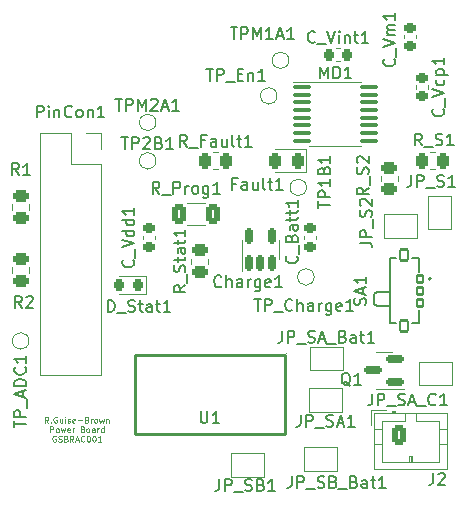
<source format=gbr>
%TF.GenerationSoftware,KiCad,Pcbnew,(6.0.4-0)*%
%TF.CreationDate,2024-03-24T20:00:40+02:00*%
%TF.ProjectId,Project_PCB_v1,50726f6a-6563-4745-9f50-43425f76312e,rev?*%
%TF.SameCoordinates,Original*%
%TF.FileFunction,Legend,Top*%
%TF.FilePolarity,Positive*%
%FSLAX46Y46*%
G04 Gerber Fmt 4.6, Leading zero omitted, Abs format (unit mm)*
G04 Created by KiCad (PCBNEW (6.0.4-0)) date 2024-03-24 20:00:40*
%MOMM*%
%LPD*%
G01*
G04 APERTURE LIST*
G04 Aperture macros list*
%AMRoundRect*
0 Rectangle with rounded corners*
0 $1 Rounding radius*
0 $2 $3 $4 $5 $6 $7 $8 $9 X,Y pos of 4 corners*
0 Add a 4 corners polygon primitive as box body*
4,1,4,$2,$3,$4,$5,$6,$7,$8,$9,$2,$3,0*
0 Add four circle primitives for the rounded corners*
1,1,$1+$1,$2,$3*
1,1,$1+$1,$4,$5*
1,1,$1+$1,$6,$7*
1,1,$1+$1,$8,$9*
0 Add four rect primitives between the rounded corners*
20,1,$1+$1,$2,$3,$4,$5,0*
20,1,$1+$1,$4,$5,$6,$7,0*
20,1,$1+$1,$6,$7,$8,$9,0*
20,1,$1+$1,$8,$9,$2,$3,0*%
G04 Aperture macros list end*
%ADD10C,0.100000*%
%ADD11C,0.150000*%
%ADD12C,0.059995*%
%ADD13C,0.254001*%
%ADD14C,0.120000*%
%ADD15C,0.127000*%
%ADD16C,0.200000*%
%ADD17C,2.500000*%
%ADD18RoundRect,0.243750X0.243750X0.456250X-0.243750X0.456250X-0.243750X-0.456250X0.243750X-0.456250X0*%
%ADD19RoundRect,0.225000X0.250000X-0.225000X0.250000X0.225000X-0.250000X0.225000X-0.250000X-0.225000X0*%
%ADD20RoundRect,0.218750X0.218750X0.256250X-0.218750X0.256250X-0.218750X-0.256250X0.218750X-0.256250X0*%
%ADD21RoundRect,0.250000X0.450000X-0.262500X0.450000X0.262500X-0.450000X0.262500X-0.450000X-0.262500X0*%
%ADD22RoundRect,0.250000X0.312500X0.625000X-0.312500X0.625000X-0.312500X-0.625000X0.312500X-0.625000X0*%
%ADD23RoundRect,0.250000X-0.262500X-0.450000X0.262500X-0.450000X0.262500X0.450000X-0.262500X0.450000X0*%
%ADD24RoundRect,0.150000X0.587500X0.150000X-0.587500X0.150000X-0.587500X-0.150000X0.587500X-0.150000X0*%
%ADD25R,1.700000X1.700000*%
%ADD26O,1.700000X1.700000*%
%ADD27R,1.000000X1.500000*%
%ADD28RoundRect,0.250000X-0.350000X-0.625000X0.350000X-0.625000X0.350000X0.625000X-0.350000X0.625000X0*%
%ADD29O,1.200000X1.750000*%
%ADD30RoundRect,0.250000X0.262500X0.450000X-0.262500X0.450000X-0.262500X-0.450000X0.262500X-0.450000X0*%
%ADD31C,1.000000*%
%ADD32R,1.500000X1.000000*%
%ADD33RoundRect,0.250000X-0.450000X0.262500X-0.450000X-0.262500X0.450000X-0.262500X0.450000X0.262500X0*%
%ADD34RoundRect,0.225000X-0.250000X0.225000X-0.250000X-0.225000X0.250000X-0.225000X0.250000X0.225000X0*%
%ADD35C,0.800000*%
%ADD36RoundRect,0.102000X-0.255000X0.300000X-0.255000X-0.300000X0.255000X-0.300000X0.255000X0.300000X0*%
%ADD37RoundRect,0.102000X-0.350000X0.450000X-0.350000X-0.450000X0.350000X-0.450000X0.350000X0.450000X0*%
%ADD38RoundRect,0.150000X0.150000X-0.512500X0.150000X0.512500X-0.150000X0.512500X-0.150000X-0.512500X0*%
%ADD39RoundRect,0.100000X-0.637500X-0.100000X0.637500X-0.100000X0.637500X0.100000X-0.637500X0.100000X0*%
%ADD40RoundRect,0.225000X-0.225000X-0.250000X0.225000X-0.250000X0.225000X0.250000X-0.225000X0.250000X0*%
G04 APERTURE END LIST*
D10*
X90345238Y-97421190D02*
X90178571Y-97183095D01*
X90059523Y-97421190D02*
X90059523Y-96921190D01*
X90250000Y-96921190D01*
X90297619Y-96945000D01*
X90321428Y-96968809D01*
X90345238Y-97016428D01*
X90345238Y-97087857D01*
X90321428Y-97135476D01*
X90297619Y-97159285D01*
X90250000Y-97183095D01*
X90059523Y-97183095D01*
X90559523Y-97373571D02*
X90583333Y-97397380D01*
X90559523Y-97421190D01*
X90535714Y-97397380D01*
X90559523Y-97373571D01*
X90559523Y-97421190D01*
X91059523Y-96945000D02*
X91011904Y-96921190D01*
X90940476Y-96921190D01*
X90869047Y-96945000D01*
X90821428Y-96992619D01*
X90797619Y-97040238D01*
X90773809Y-97135476D01*
X90773809Y-97206904D01*
X90797619Y-97302142D01*
X90821428Y-97349761D01*
X90869047Y-97397380D01*
X90940476Y-97421190D01*
X90988095Y-97421190D01*
X91059523Y-97397380D01*
X91083333Y-97373571D01*
X91083333Y-97206904D01*
X90988095Y-97206904D01*
X91511904Y-97087857D02*
X91511904Y-97421190D01*
X91297619Y-97087857D02*
X91297619Y-97349761D01*
X91321428Y-97397380D01*
X91369047Y-97421190D01*
X91440476Y-97421190D01*
X91488095Y-97397380D01*
X91511904Y-97373571D01*
X91750000Y-97421190D02*
X91750000Y-97087857D01*
X91750000Y-96921190D02*
X91726190Y-96945000D01*
X91750000Y-96968809D01*
X91773809Y-96945000D01*
X91750000Y-96921190D01*
X91750000Y-96968809D01*
X91964285Y-97397380D02*
X92011904Y-97421190D01*
X92107142Y-97421190D01*
X92154761Y-97397380D01*
X92178571Y-97349761D01*
X92178571Y-97325952D01*
X92154761Y-97278333D01*
X92107142Y-97254523D01*
X92035714Y-97254523D01*
X91988095Y-97230714D01*
X91964285Y-97183095D01*
X91964285Y-97159285D01*
X91988095Y-97111666D01*
X92035714Y-97087857D01*
X92107142Y-97087857D01*
X92154761Y-97111666D01*
X92583333Y-97397380D02*
X92535714Y-97421190D01*
X92440476Y-97421190D01*
X92392857Y-97397380D01*
X92369047Y-97349761D01*
X92369047Y-97159285D01*
X92392857Y-97111666D01*
X92440476Y-97087857D01*
X92535714Y-97087857D01*
X92583333Y-97111666D01*
X92607142Y-97159285D01*
X92607142Y-97206904D01*
X92369047Y-97254523D01*
X92821428Y-97230714D02*
X93202380Y-97230714D01*
X93607142Y-97159285D02*
X93678571Y-97183095D01*
X93702380Y-97206904D01*
X93726190Y-97254523D01*
X93726190Y-97325952D01*
X93702380Y-97373571D01*
X93678571Y-97397380D01*
X93630952Y-97421190D01*
X93440476Y-97421190D01*
X93440476Y-96921190D01*
X93607142Y-96921190D01*
X93654761Y-96945000D01*
X93678571Y-96968809D01*
X93702380Y-97016428D01*
X93702380Y-97064047D01*
X93678571Y-97111666D01*
X93654761Y-97135476D01*
X93607142Y-97159285D01*
X93440476Y-97159285D01*
X93940476Y-97421190D02*
X93940476Y-97087857D01*
X93940476Y-97183095D02*
X93964285Y-97135476D01*
X93988095Y-97111666D01*
X94035714Y-97087857D01*
X94083333Y-97087857D01*
X94321428Y-97421190D02*
X94273809Y-97397380D01*
X94250000Y-97373571D01*
X94226190Y-97325952D01*
X94226190Y-97183095D01*
X94250000Y-97135476D01*
X94273809Y-97111666D01*
X94321428Y-97087857D01*
X94392857Y-97087857D01*
X94440476Y-97111666D01*
X94464285Y-97135476D01*
X94488095Y-97183095D01*
X94488095Y-97325952D01*
X94464285Y-97373571D01*
X94440476Y-97397380D01*
X94392857Y-97421190D01*
X94321428Y-97421190D01*
X94654761Y-97087857D02*
X94750000Y-97421190D01*
X94845238Y-97183095D01*
X94940476Y-97421190D01*
X95035714Y-97087857D01*
X95226190Y-97087857D02*
X95226190Y-97421190D01*
X95226190Y-97135476D02*
X95250000Y-97111666D01*
X95297619Y-97087857D01*
X95369047Y-97087857D01*
X95416666Y-97111666D01*
X95440476Y-97159285D01*
X95440476Y-97421190D01*
X90488095Y-98226190D02*
X90488095Y-97726190D01*
X90678571Y-97726190D01*
X90726190Y-97750000D01*
X90750000Y-97773809D01*
X90773809Y-97821428D01*
X90773809Y-97892857D01*
X90750000Y-97940476D01*
X90726190Y-97964285D01*
X90678571Y-97988095D01*
X90488095Y-97988095D01*
X91059523Y-98226190D02*
X91011904Y-98202380D01*
X90988095Y-98178571D01*
X90964285Y-98130952D01*
X90964285Y-97988095D01*
X90988095Y-97940476D01*
X91011904Y-97916666D01*
X91059523Y-97892857D01*
X91130952Y-97892857D01*
X91178571Y-97916666D01*
X91202380Y-97940476D01*
X91226190Y-97988095D01*
X91226190Y-98130952D01*
X91202380Y-98178571D01*
X91178571Y-98202380D01*
X91130952Y-98226190D01*
X91059523Y-98226190D01*
X91392857Y-97892857D02*
X91488095Y-98226190D01*
X91583333Y-97988095D01*
X91678571Y-98226190D01*
X91773809Y-97892857D01*
X92154761Y-98202380D02*
X92107142Y-98226190D01*
X92011904Y-98226190D01*
X91964285Y-98202380D01*
X91940476Y-98154761D01*
X91940476Y-97964285D01*
X91964285Y-97916666D01*
X92011904Y-97892857D01*
X92107142Y-97892857D01*
X92154761Y-97916666D01*
X92178571Y-97964285D01*
X92178571Y-98011904D01*
X91940476Y-98059523D01*
X92392857Y-98226190D02*
X92392857Y-97892857D01*
X92392857Y-97988095D02*
X92416666Y-97940476D01*
X92440476Y-97916666D01*
X92488095Y-97892857D01*
X92535714Y-97892857D01*
X93250000Y-97964285D02*
X93321428Y-97988095D01*
X93345238Y-98011904D01*
X93369047Y-98059523D01*
X93369047Y-98130952D01*
X93345238Y-98178571D01*
X93321428Y-98202380D01*
X93273809Y-98226190D01*
X93083333Y-98226190D01*
X93083333Y-97726190D01*
X93250000Y-97726190D01*
X93297619Y-97750000D01*
X93321428Y-97773809D01*
X93345238Y-97821428D01*
X93345238Y-97869047D01*
X93321428Y-97916666D01*
X93297619Y-97940476D01*
X93250000Y-97964285D01*
X93083333Y-97964285D01*
X93654761Y-98226190D02*
X93607142Y-98202380D01*
X93583333Y-98178571D01*
X93559523Y-98130952D01*
X93559523Y-97988095D01*
X93583333Y-97940476D01*
X93607142Y-97916666D01*
X93654761Y-97892857D01*
X93726190Y-97892857D01*
X93773809Y-97916666D01*
X93797619Y-97940476D01*
X93821428Y-97988095D01*
X93821428Y-98130952D01*
X93797619Y-98178571D01*
X93773809Y-98202380D01*
X93726190Y-98226190D01*
X93654761Y-98226190D01*
X94250000Y-98226190D02*
X94250000Y-97964285D01*
X94226190Y-97916666D01*
X94178571Y-97892857D01*
X94083333Y-97892857D01*
X94035714Y-97916666D01*
X94250000Y-98202380D02*
X94202380Y-98226190D01*
X94083333Y-98226190D01*
X94035714Y-98202380D01*
X94011904Y-98154761D01*
X94011904Y-98107142D01*
X94035714Y-98059523D01*
X94083333Y-98035714D01*
X94202380Y-98035714D01*
X94250000Y-98011904D01*
X94488095Y-98226190D02*
X94488095Y-97892857D01*
X94488095Y-97988095D02*
X94511904Y-97940476D01*
X94535714Y-97916666D01*
X94583333Y-97892857D01*
X94630952Y-97892857D01*
X95011904Y-98226190D02*
X95011904Y-97726190D01*
X95011904Y-98202380D02*
X94964285Y-98226190D01*
X94869047Y-98226190D01*
X94821428Y-98202380D01*
X94797619Y-98178571D01*
X94773809Y-98130952D01*
X94773809Y-97988095D01*
X94797619Y-97940476D01*
X94821428Y-97916666D01*
X94869047Y-97892857D01*
X94964285Y-97892857D01*
X95011904Y-97916666D01*
X90964285Y-98555000D02*
X90916666Y-98531190D01*
X90845238Y-98531190D01*
X90773809Y-98555000D01*
X90726190Y-98602619D01*
X90702380Y-98650238D01*
X90678571Y-98745476D01*
X90678571Y-98816904D01*
X90702380Y-98912142D01*
X90726190Y-98959761D01*
X90773809Y-99007380D01*
X90845238Y-99031190D01*
X90892857Y-99031190D01*
X90964285Y-99007380D01*
X90988095Y-98983571D01*
X90988095Y-98816904D01*
X90892857Y-98816904D01*
X91178571Y-99007380D02*
X91250000Y-99031190D01*
X91369047Y-99031190D01*
X91416666Y-99007380D01*
X91440476Y-98983571D01*
X91464285Y-98935952D01*
X91464285Y-98888333D01*
X91440476Y-98840714D01*
X91416666Y-98816904D01*
X91369047Y-98793095D01*
X91273809Y-98769285D01*
X91226190Y-98745476D01*
X91202380Y-98721666D01*
X91178571Y-98674047D01*
X91178571Y-98626428D01*
X91202380Y-98578809D01*
X91226190Y-98555000D01*
X91273809Y-98531190D01*
X91392857Y-98531190D01*
X91464285Y-98555000D01*
X91845238Y-98769285D02*
X91916666Y-98793095D01*
X91940476Y-98816904D01*
X91964285Y-98864523D01*
X91964285Y-98935952D01*
X91940476Y-98983571D01*
X91916666Y-99007380D01*
X91869047Y-99031190D01*
X91678571Y-99031190D01*
X91678571Y-98531190D01*
X91845238Y-98531190D01*
X91892857Y-98555000D01*
X91916666Y-98578809D01*
X91940476Y-98626428D01*
X91940476Y-98674047D01*
X91916666Y-98721666D01*
X91892857Y-98745476D01*
X91845238Y-98769285D01*
X91678571Y-98769285D01*
X92464285Y-99031190D02*
X92297619Y-98793095D01*
X92178571Y-99031190D02*
X92178571Y-98531190D01*
X92369047Y-98531190D01*
X92416666Y-98555000D01*
X92440476Y-98578809D01*
X92464285Y-98626428D01*
X92464285Y-98697857D01*
X92440476Y-98745476D01*
X92416666Y-98769285D01*
X92369047Y-98793095D01*
X92178571Y-98793095D01*
X92654761Y-98888333D02*
X92892857Y-98888333D01*
X92607142Y-99031190D02*
X92773809Y-98531190D01*
X92940476Y-99031190D01*
X93392857Y-98983571D02*
X93369047Y-99007380D01*
X93297619Y-99031190D01*
X93250000Y-99031190D01*
X93178571Y-99007380D01*
X93130952Y-98959761D01*
X93107142Y-98912142D01*
X93083333Y-98816904D01*
X93083333Y-98745476D01*
X93107142Y-98650238D01*
X93130952Y-98602619D01*
X93178571Y-98555000D01*
X93250000Y-98531190D01*
X93297619Y-98531190D01*
X93369047Y-98555000D01*
X93392857Y-98578809D01*
X93702380Y-98531190D02*
X93750000Y-98531190D01*
X93797619Y-98555000D01*
X93821428Y-98578809D01*
X93845238Y-98626428D01*
X93869047Y-98721666D01*
X93869047Y-98840714D01*
X93845238Y-98935952D01*
X93821428Y-98983571D01*
X93797619Y-99007380D01*
X93750000Y-99031190D01*
X93702380Y-99031190D01*
X93654761Y-99007380D01*
X93630952Y-98983571D01*
X93607142Y-98935952D01*
X93583333Y-98840714D01*
X93583333Y-98721666D01*
X93607142Y-98626428D01*
X93630952Y-98578809D01*
X93654761Y-98555000D01*
X93702380Y-98531190D01*
X94178571Y-98531190D02*
X94226190Y-98531190D01*
X94273809Y-98555000D01*
X94297619Y-98578809D01*
X94321428Y-98626428D01*
X94345238Y-98721666D01*
X94345238Y-98840714D01*
X94321428Y-98935952D01*
X94297619Y-98983571D01*
X94273809Y-99007380D01*
X94226190Y-99031190D01*
X94178571Y-99031190D01*
X94130952Y-99007380D01*
X94107142Y-98983571D01*
X94083333Y-98935952D01*
X94059523Y-98840714D01*
X94059523Y-98721666D01*
X94083333Y-98626428D01*
X94107142Y-98578809D01*
X94130952Y-98555000D01*
X94178571Y-98531190D01*
X94821428Y-99031190D02*
X94535714Y-99031190D01*
X94678571Y-99031190D02*
X94678571Y-98531190D01*
X94630952Y-98602619D01*
X94583333Y-98650238D01*
X94535714Y-98674047D01*
D11*
%TO.C,U1*%
X103238095Y-96452380D02*
X103238095Y-97261904D01*
X103285714Y-97357142D01*
X103333333Y-97404761D01*
X103428571Y-97452380D01*
X103619047Y-97452380D01*
X103714285Y-97404761D01*
X103761904Y-97357142D01*
X103809523Y-97261904D01*
X103809523Y-96452380D01*
X104809523Y-97452380D02*
X104238095Y-97452380D01*
X104523809Y-97452380D02*
X104523809Y-96452380D01*
X104428571Y-96595238D01*
X104333333Y-96690476D01*
X104238095Y-96738095D01*
%TO.C,Fault1*%
X106214285Y-77178571D02*
X105880952Y-77178571D01*
X105880952Y-77702380D02*
X105880952Y-76702380D01*
X106357142Y-76702380D01*
X107166666Y-77702380D02*
X107166666Y-77178571D01*
X107119047Y-77083333D01*
X107023809Y-77035714D01*
X106833333Y-77035714D01*
X106738095Y-77083333D01*
X107166666Y-77654761D02*
X107071428Y-77702380D01*
X106833333Y-77702380D01*
X106738095Y-77654761D01*
X106690476Y-77559523D01*
X106690476Y-77464285D01*
X106738095Y-77369047D01*
X106833333Y-77321428D01*
X107071428Y-77321428D01*
X107166666Y-77273809D01*
X108071428Y-77035714D02*
X108071428Y-77702380D01*
X107642857Y-77035714D02*
X107642857Y-77559523D01*
X107690476Y-77654761D01*
X107785714Y-77702380D01*
X107928571Y-77702380D01*
X108023809Y-77654761D01*
X108071428Y-77607142D01*
X108690476Y-77702380D02*
X108595238Y-77654761D01*
X108547619Y-77559523D01*
X108547619Y-76702380D01*
X108928571Y-77035714D02*
X109309523Y-77035714D01*
X109071428Y-76702380D02*
X109071428Y-77559523D01*
X109119047Y-77654761D01*
X109214285Y-77702380D01*
X109309523Y-77702380D01*
X110166666Y-77702380D02*
X109595238Y-77702380D01*
X109880952Y-77702380D02*
X109880952Y-76702380D01*
X109785714Y-76845238D01*
X109690476Y-76940476D01*
X109595238Y-76988095D01*
%TO.C,C_Vm1*%
X119607142Y-66642857D02*
X119654761Y-66690476D01*
X119702380Y-66833333D01*
X119702380Y-66928571D01*
X119654761Y-67071428D01*
X119559523Y-67166666D01*
X119464285Y-67214285D01*
X119273809Y-67261904D01*
X119130952Y-67261904D01*
X118940476Y-67214285D01*
X118845238Y-67166666D01*
X118750000Y-67071428D01*
X118702380Y-66928571D01*
X118702380Y-66833333D01*
X118750000Y-66690476D01*
X118797619Y-66642857D01*
X119797619Y-66452380D02*
X119797619Y-65690476D01*
X118702380Y-65595238D02*
X119702380Y-65261904D01*
X118702380Y-64928571D01*
X119702380Y-64595238D02*
X119035714Y-64595238D01*
X119130952Y-64595238D02*
X119083333Y-64547619D01*
X119035714Y-64452380D01*
X119035714Y-64309523D01*
X119083333Y-64214285D01*
X119178571Y-64166666D01*
X119702380Y-64166666D01*
X119178571Y-64166666D02*
X119083333Y-64119047D01*
X119035714Y-64023809D01*
X119035714Y-63880952D01*
X119083333Y-63785714D01*
X119178571Y-63738095D01*
X119702380Y-63738095D01*
X119702380Y-62738095D02*
X119702380Y-63309523D01*
X119702380Y-63023809D02*
X118702380Y-63023809D01*
X118845238Y-63119047D01*
X118940476Y-63214285D01*
X118988095Y-63309523D01*
%TO.C,D_Stat1*%
X95380952Y-88034880D02*
X95380952Y-87034880D01*
X95619047Y-87034880D01*
X95761904Y-87082500D01*
X95857142Y-87177738D01*
X95904761Y-87272976D01*
X95952380Y-87463452D01*
X95952380Y-87606309D01*
X95904761Y-87796785D01*
X95857142Y-87892023D01*
X95761904Y-87987261D01*
X95619047Y-88034880D01*
X95380952Y-88034880D01*
X96142857Y-88130119D02*
X96904761Y-88130119D01*
X97095238Y-87987261D02*
X97238095Y-88034880D01*
X97476190Y-88034880D01*
X97571428Y-87987261D01*
X97619047Y-87939642D01*
X97666666Y-87844404D01*
X97666666Y-87749166D01*
X97619047Y-87653928D01*
X97571428Y-87606309D01*
X97476190Y-87558690D01*
X97285714Y-87511071D01*
X97190476Y-87463452D01*
X97142857Y-87415833D01*
X97095238Y-87320595D01*
X97095238Y-87225357D01*
X97142857Y-87130119D01*
X97190476Y-87082500D01*
X97285714Y-87034880D01*
X97523809Y-87034880D01*
X97666666Y-87082500D01*
X97952380Y-87368214D02*
X98333333Y-87368214D01*
X98095238Y-87034880D02*
X98095238Y-87892023D01*
X98142857Y-87987261D01*
X98238095Y-88034880D01*
X98333333Y-88034880D01*
X99095238Y-88034880D02*
X99095238Y-87511071D01*
X99047619Y-87415833D01*
X98952380Y-87368214D01*
X98761904Y-87368214D01*
X98666666Y-87415833D01*
X99095238Y-87987261D02*
X99000000Y-88034880D01*
X98761904Y-88034880D01*
X98666666Y-87987261D01*
X98619047Y-87892023D01*
X98619047Y-87796785D01*
X98666666Y-87701547D01*
X98761904Y-87653928D01*
X99000000Y-87653928D01*
X99095238Y-87606309D01*
X99428571Y-87368214D02*
X99809523Y-87368214D01*
X99571428Y-87034880D02*
X99571428Y-87892023D01*
X99619047Y-87987261D01*
X99714285Y-88034880D01*
X99809523Y-88034880D01*
X100666666Y-88034880D02*
X100095238Y-88034880D01*
X100380952Y-88034880D02*
X100380952Y-87034880D01*
X100285714Y-87177738D01*
X100190476Y-87272976D01*
X100095238Y-87320595D01*
%TO.C,R_S2*%
X117452380Y-77523809D02*
X116976190Y-77857142D01*
X117452380Y-78095238D02*
X116452380Y-78095238D01*
X116452380Y-77714285D01*
X116500000Y-77619047D01*
X116547619Y-77571428D01*
X116642857Y-77523809D01*
X116785714Y-77523809D01*
X116880952Y-77571428D01*
X116928571Y-77619047D01*
X116976190Y-77714285D01*
X116976190Y-78095238D01*
X117547619Y-77333333D02*
X117547619Y-76571428D01*
X117404761Y-76380952D02*
X117452380Y-76238095D01*
X117452380Y-76000000D01*
X117404761Y-75904761D01*
X117357142Y-75857142D01*
X117261904Y-75809523D01*
X117166666Y-75809523D01*
X117071428Y-75857142D01*
X117023809Y-75904761D01*
X116976190Y-76000000D01*
X116928571Y-76190476D01*
X116880952Y-76285714D01*
X116833333Y-76333333D01*
X116738095Y-76380952D01*
X116642857Y-76380952D01*
X116547619Y-76333333D01*
X116500000Y-76285714D01*
X116452380Y-76190476D01*
X116452380Y-75952380D01*
X116500000Y-75809523D01*
X116547619Y-75428571D02*
X116500000Y-75380952D01*
X116452380Y-75285714D01*
X116452380Y-75047619D01*
X116500000Y-74952380D01*
X116547619Y-74904761D01*
X116642857Y-74857142D01*
X116738095Y-74857142D01*
X116880952Y-74904761D01*
X117452380Y-75476190D01*
X117452380Y-74857142D01*
%TO.C,R_Prog1*%
X99738095Y-78034880D02*
X99404761Y-77558690D01*
X99166666Y-78034880D02*
X99166666Y-77034880D01*
X99547619Y-77034880D01*
X99642857Y-77082500D01*
X99690476Y-77130119D01*
X99738095Y-77225357D01*
X99738095Y-77368214D01*
X99690476Y-77463452D01*
X99642857Y-77511071D01*
X99547619Y-77558690D01*
X99166666Y-77558690D01*
X99928571Y-78130119D02*
X100690476Y-78130119D01*
X100928571Y-78034880D02*
X100928571Y-77034880D01*
X101309523Y-77034880D01*
X101404761Y-77082500D01*
X101452380Y-77130119D01*
X101500000Y-77225357D01*
X101500000Y-77368214D01*
X101452380Y-77463452D01*
X101404761Y-77511071D01*
X101309523Y-77558690D01*
X100928571Y-77558690D01*
X101928571Y-78034880D02*
X101928571Y-77368214D01*
X101928571Y-77558690D02*
X101976190Y-77463452D01*
X102023809Y-77415833D01*
X102119047Y-77368214D01*
X102214285Y-77368214D01*
X102690476Y-78034880D02*
X102595238Y-77987261D01*
X102547619Y-77939642D01*
X102500000Y-77844404D01*
X102500000Y-77558690D01*
X102547619Y-77463452D01*
X102595238Y-77415833D01*
X102690476Y-77368214D01*
X102833333Y-77368214D01*
X102928571Y-77415833D01*
X102976190Y-77463452D01*
X103023809Y-77558690D01*
X103023809Y-77844404D01*
X102976190Y-77939642D01*
X102928571Y-77987261D01*
X102833333Y-78034880D01*
X102690476Y-78034880D01*
X103880952Y-77368214D02*
X103880952Y-78177738D01*
X103833333Y-78272976D01*
X103785714Y-78320595D01*
X103690476Y-78368214D01*
X103547619Y-78368214D01*
X103452380Y-78320595D01*
X103880952Y-77987261D02*
X103785714Y-78034880D01*
X103595238Y-78034880D01*
X103500000Y-77987261D01*
X103452380Y-77939642D01*
X103404761Y-77844404D01*
X103404761Y-77558690D01*
X103452380Y-77463452D01*
X103500000Y-77415833D01*
X103595238Y-77368214D01*
X103785714Y-77368214D01*
X103880952Y-77415833D01*
X104880952Y-78034880D02*
X104309523Y-78034880D01*
X104595238Y-78034880D02*
X104595238Y-77034880D01*
X104500000Y-77177738D01*
X104404761Y-77272976D01*
X104309523Y-77320595D01*
%TO.C,R_Fault1*%
X102071428Y-74052380D02*
X101738095Y-73576190D01*
X101500000Y-74052380D02*
X101500000Y-73052380D01*
X101880952Y-73052380D01*
X101976190Y-73100000D01*
X102023809Y-73147619D01*
X102071428Y-73242857D01*
X102071428Y-73385714D01*
X102023809Y-73480952D01*
X101976190Y-73528571D01*
X101880952Y-73576190D01*
X101500000Y-73576190D01*
X102261904Y-74147619D02*
X103023809Y-74147619D01*
X103595238Y-73528571D02*
X103261904Y-73528571D01*
X103261904Y-74052380D02*
X103261904Y-73052380D01*
X103738095Y-73052380D01*
X104547619Y-74052380D02*
X104547619Y-73528571D01*
X104500000Y-73433333D01*
X104404761Y-73385714D01*
X104214285Y-73385714D01*
X104119047Y-73433333D01*
X104547619Y-74004761D02*
X104452380Y-74052380D01*
X104214285Y-74052380D01*
X104119047Y-74004761D01*
X104071428Y-73909523D01*
X104071428Y-73814285D01*
X104119047Y-73719047D01*
X104214285Y-73671428D01*
X104452380Y-73671428D01*
X104547619Y-73623809D01*
X105452380Y-73385714D02*
X105452380Y-74052380D01*
X105023809Y-73385714D02*
X105023809Y-73909523D01*
X105071428Y-74004761D01*
X105166666Y-74052380D01*
X105309523Y-74052380D01*
X105404761Y-74004761D01*
X105452380Y-73957142D01*
X106071428Y-74052380D02*
X105976190Y-74004761D01*
X105928571Y-73909523D01*
X105928571Y-73052380D01*
X106309523Y-73385714D02*
X106690476Y-73385714D01*
X106452380Y-73052380D02*
X106452380Y-73909523D01*
X106500000Y-74004761D01*
X106595238Y-74052380D01*
X106690476Y-74052380D01*
X107547619Y-74052380D02*
X106976190Y-74052380D01*
X107261904Y-74052380D02*
X107261904Y-73052380D01*
X107166666Y-73195238D01*
X107071428Y-73290476D01*
X106976190Y-73338095D01*
%TO.C,Q1*%
X115904761Y-94297619D02*
X115809523Y-94250000D01*
X115714285Y-94154761D01*
X115571428Y-94011904D01*
X115476190Y-93964285D01*
X115380952Y-93964285D01*
X115428571Y-94202380D02*
X115333333Y-94154761D01*
X115238095Y-94059523D01*
X115190476Y-93869047D01*
X115190476Y-93535714D01*
X115238095Y-93345238D01*
X115333333Y-93250000D01*
X115428571Y-93202380D01*
X115619047Y-93202380D01*
X115714285Y-93250000D01*
X115809523Y-93345238D01*
X115857142Y-93535714D01*
X115857142Y-93869047D01*
X115809523Y-94059523D01*
X115714285Y-94154761D01*
X115619047Y-94202380D01*
X115428571Y-94202380D01*
X116809523Y-94202380D02*
X116238095Y-94202380D01*
X116523809Y-94202380D02*
X116523809Y-93202380D01*
X116428571Y-93345238D01*
X116333333Y-93440476D01*
X116238095Y-93488095D01*
%TO.C,PinCon1*%
X89376666Y-71577380D02*
X89376666Y-70577380D01*
X89757619Y-70577380D01*
X89852857Y-70625000D01*
X89900476Y-70672619D01*
X89948095Y-70767857D01*
X89948095Y-70910714D01*
X89900476Y-71005952D01*
X89852857Y-71053571D01*
X89757619Y-71101190D01*
X89376666Y-71101190D01*
X90376666Y-71577380D02*
X90376666Y-70910714D01*
X90376666Y-70577380D02*
X90329047Y-70625000D01*
X90376666Y-70672619D01*
X90424285Y-70625000D01*
X90376666Y-70577380D01*
X90376666Y-70672619D01*
X90852857Y-70910714D02*
X90852857Y-71577380D01*
X90852857Y-71005952D02*
X90900476Y-70958333D01*
X90995714Y-70910714D01*
X91138571Y-70910714D01*
X91233809Y-70958333D01*
X91281428Y-71053571D01*
X91281428Y-71577380D01*
X92329047Y-71482142D02*
X92281428Y-71529761D01*
X92138571Y-71577380D01*
X92043333Y-71577380D01*
X91900476Y-71529761D01*
X91805238Y-71434523D01*
X91757619Y-71339285D01*
X91710000Y-71148809D01*
X91710000Y-71005952D01*
X91757619Y-70815476D01*
X91805238Y-70720238D01*
X91900476Y-70625000D01*
X92043333Y-70577380D01*
X92138571Y-70577380D01*
X92281428Y-70625000D01*
X92329047Y-70672619D01*
X92900476Y-71577380D02*
X92805238Y-71529761D01*
X92757619Y-71482142D01*
X92710000Y-71386904D01*
X92710000Y-71101190D01*
X92757619Y-71005952D01*
X92805238Y-70958333D01*
X92900476Y-70910714D01*
X93043333Y-70910714D01*
X93138571Y-70958333D01*
X93186190Y-71005952D01*
X93233809Y-71101190D01*
X93233809Y-71386904D01*
X93186190Y-71482142D01*
X93138571Y-71529761D01*
X93043333Y-71577380D01*
X92900476Y-71577380D01*
X93662380Y-70910714D02*
X93662380Y-71577380D01*
X93662380Y-71005952D02*
X93710000Y-70958333D01*
X93805238Y-70910714D01*
X93948095Y-70910714D01*
X94043333Y-70958333D01*
X94090952Y-71053571D01*
X94090952Y-71577380D01*
X95090952Y-71577380D02*
X94519523Y-71577380D01*
X94805238Y-71577380D02*
X94805238Y-70577380D01*
X94710000Y-70720238D01*
X94614761Y-70815476D01*
X94519523Y-70863095D01*
%TO.C,JP_SA_C1*%
X117750000Y-94952380D02*
X117750000Y-95666666D01*
X117702380Y-95809523D01*
X117607142Y-95904761D01*
X117464285Y-95952380D01*
X117369047Y-95952380D01*
X118226190Y-95952380D02*
X118226190Y-94952380D01*
X118607142Y-94952380D01*
X118702380Y-95000000D01*
X118750000Y-95047619D01*
X118797619Y-95142857D01*
X118797619Y-95285714D01*
X118750000Y-95380952D01*
X118702380Y-95428571D01*
X118607142Y-95476190D01*
X118226190Y-95476190D01*
X118988095Y-96047619D02*
X119750000Y-96047619D01*
X119940476Y-95904761D02*
X120083333Y-95952380D01*
X120321428Y-95952380D01*
X120416666Y-95904761D01*
X120464285Y-95857142D01*
X120511904Y-95761904D01*
X120511904Y-95666666D01*
X120464285Y-95571428D01*
X120416666Y-95523809D01*
X120321428Y-95476190D01*
X120130952Y-95428571D01*
X120035714Y-95380952D01*
X119988095Y-95333333D01*
X119940476Y-95238095D01*
X119940476Y-95142857D01*
X119988095Y-95047619D01*
X120035714Y-95000000D01*
X120130952Y-94952380D01*
X120369047Y-94952380D01*
X120511904Y-95000000D01*
X120892857Y-95666666D02*
X121369047Y-95666666D01*
X120797619Y-95952380D02*
X121130952Y-94952380D01*
X121464285Y-95952380D01*
X121559523Y-96047619D02*
X122321428Y-96047619D01*
X123130952Y-95857142D02*
X123083333Y-95904761D01*
X122940476Y-95952380D01*
X122845238Y-95952380D01*
X122702380Y-95904761D01*
X122607142Y-95809523D01*
X122559523Y-95714285D01*
X122511904Y-95523809D01*
X122511904Y-95380952D01*
X122559523Y-95190476D01*
X122607142Y-95095238D01*
X122702380Y-95000000D01*
X122845238Y-94952380D01*
X122940476Y-94952380D01*
X123083333Y-95000000D01*
X123130952Y-95047619D01*
X124083333Y-95952380D02*
X123511904Y-95952380D01*
X123797619Y-95952380D02*
X123797619Y-94952380D01*
X123702380Y-95095238D01*
X123607142Y-95190476D01*
X123511904Y-95238095D01*
%TO.C,J2*%
X122916666Y-101702380D02*
X122916666Y-102416666D01*
X122869047Y-102559523D01*
X122773809Y-102654761D01*
X122630952Y-102702380D01*
X122535714Y-102702380D01*
X123345238Y-101797619D02*
X123392857Y-101750000D01*
X123488095Y-101702380D01*
X123726190Y-101702380D01*
X123821428Y-101750000D01*
X123869047Y-101797619D01*
X123916666Y-101892857D01*
X123916666Y-101988095D01*
X123869047Y-102130952D01*
X123297619Y-102702380D01*
X123916666Y-102702380D01*
%TO.C,R_S1*%
X121976190Y-73952380D02*
X121642857Y-73476190D01*
X121404761Y-73952380D02*
X121404761Y-72952380D01*
X121785714Y-72952380D01*
X121880952Y-73000000D01*
X121928571Y-73047619D01*
X121976190Y-73142857D01*
X121976190Y-73285714D01*
X121928571Y-73380952D01*
X121880952Y-73428571D01*
X121785714Y-73476190D01*
X121404761Y-73476190D01*
X122166666Y-74047619D02*
X122928571Y-74047619D01*
X123119047Y-73904761D02*
X123261904Y-73952380D01*
X123500000Y-73952380D01*
X123595238Y-73904761D01*
X123642857Y-73857142D01*
X123690476Y-73761904D01*
X123690476Y-73666666D01*
X123642857Y-73571428D01*
X123595238Y-73523809D01*
X123500000Y-73476190D01*
X123309523Y-73428571D01*
X123214285Y-73380952D01*
X123166666Y-73333333D01*
X123119047Y-73238095D01*
X123119047Y-73142857D01*
X123166666Y-73047619D01*
X123214285Y-73000000D01*
X123309523Y-72952380D01*
X123547619Y-72952380D01*
X123690476Y-73000000D01*
X124642857Y-73952380D02*
X124071428Y-73952380D01*
X124357142Y-73952380D02*
X124357142Y-72952380D01*
X124261904Y-73095238D01*
X124166666Y-73190476D01*
X124071428Y-73238095D01*
%TO.C,JP_SA1*%
X111695952Y-96752380D02*
X111695952Y-97466666D01*
X111648333Y-97609523D01*
X111553095Y-97704761D01*
X111410238Y-97752380D01*
X111315000Y-97752380D01*
X112172142Y-97752380D02*
X112172142Y-96752380D01*
X112553095Y-96752380D01*
X112648333Y-96800000D01*
X112695952Y-96847619D01*
X112743571Y-96942857D01*
X112743571Y-97085714D01*
X112695952Y-97180952D01*
X112648333Y-97228571D01*
X112553095Y-97276190D01*
X112172142Y-97276190D01*
X112934047Y-97847619D02*
X113695952Y-97847619D01*
X113886428Y-97704761D02*
X114029285Y-97752380D01*
X114267380Y-97752380D01*
X114362619Y-97704761D01*
X114410238Y-97657142D01*
X114457857Y-97561904D01*
X114457857Y-97466666D01*
X114410238Y-97371428D01*
X114362619Y-97323809D01*
X114267380Y-97276190D01*
X114076904Y-97228571D01*
X113981666Y-97180952D01*
X113934047Y-97133333D01*
X113886428Y-97038095D01*
X113886428Y-96942857D01*
X113934047Y-96847619D01*
X113981666Y-96800000D01*
X114076904Y-96752380D01*
X114315000Y-96752380D01*
X114457857Y-96800000D01*
X114838809Y-97466666D02*
X115315000Y-97466666D01*
X114743571Y-97752380D02*
X115076904Y-96752380D01*
X115410238Y-97752380D01*
X116267380Y-97752380D02*
X115695952Y-97752380D01*
X115981666Y-97752380D02*
X115981666Y-96752380D01*
X115886428Y-96895238D01*
X115791190Y-96990476D01*
X115695952Y-97038095D01*
%TO.C,TP_En1*%
X103702380Y-67457380D02*
X104273809Y-67457380D01*
X103988095Y-68457380D02*
X103988095Y-67457380D01*
X104607142Y-68457380D02*
X104607142Y-67457380D01*
X104988095Y-67457380D01*
X105083333Y-67505000D01*
X105130952Y-67552619D01*
X105178571Y-67647857D01*
X105178571Y-67790714D01*
X105130952Y-67885952D01*
X105083333Y-67933571D01*
X104988095Y-67981190D01*
X104607142Y-67981190D01*
X105369047Y-68552619D02*
X106130952Y-68552619D01*
X106369047Y-67933571D02*
X106702380Y-67933571D01*
X106845238Y-68457380D02*
X106369047Y-68457380D01*
X106369047Y-67457380D01*
X106845238Y-67457380D01*
X107273809Y-67790714D02*
X107273809Y-68457380D01*
X107273809Y-67885952D02*
X107321428Y-67838333D01*
X107416666Y-67790714D01*
X107559523Y-67790714D01*
X107654761Y-67838333D01*
X107702380Y-67933571D01*
X107702380Y-68457380D01*
X108702380Y-68457380D02*
X108130952Y-68457380D01*
X108416666Y-68457380D02*
X108416666Y-67457380D01*
X108321428Y-67600238D01*
X108226190Y-67695476D01*
X108130952Y-67743095D01*
%TO.C,JP_S1*%
X121059523Y-76452380D02*
X121059523Y-77166666D01*
X121011904Y-77309523D01*
X120916666Y-77404761D01*
X120773809Y-77452380D01*
X120678571Y-77452380D01*
X121535714Y-77452380D02*
X121535714Y-76452380D01*
X121916666Y-76452380D01*
X122011904Y-76500000D01*
X122059523Y-76547619D01*
X122107142Y-76642857D01*
X122107142Y-76785714D01*
X122059523Y-76880952D01*
X122011904Y-76928571D01*
X121916666Y-76976190D01*
X121535714Y-76976190D01*
X122297619Y-77547619D02*
X123059523Y-77547619D01*
X123250000Y-77404761D02*
X123392857Y-77452380D01*
X123630952Y-77452380D01*
X123726190Y-77404761D01*
X123773809Y-77357142D01*
X123821428Y-77261904D01*
X123821428Y-77166666D01*
X123773809Y-77071428D01*
X123726190Y-77023809D01*
X123630952Y-76976190D01*
X123440476Y-76928571D01*
X123345238Y-76880952D01*
X123297619Y-76833333D01*
X123250000Y-76738095D01*
X123250000Y-76642857D01*
X123297619Y-76547619D01*
X123345238Y-76500000D01*
X123440476Y-76452380D01*
X123678571Y-76452380D01*
X123821428Y-76500000D01*
X124773809Y-77452380D02*
X124202380Y-77452380D01*
X124488095Y-77452380D02*
X124488095Y-76452380D01*
X124392857Y-76595238D01*
X124297619Y-76690476D01*
X124202380Y-76738095D01*
%TO.C,JP_SA_Bat1*%
X110126904Y-89652380D02*
X110126904Y-90366666D01*
X110079285Y-90509523D01*
X109984047Y-90604761D01*
X109841190Y-90652380D01*
X109745952Y-90652380D01*
X110603095Y-90652380D02*
X110603095Y-89652380D01*
X110984047Y-89652380D01*
X111079285Y-89700000D01*
X111126904Y-89747619D01*
X111174523Y-89842857D01*
X111174523Y-89985714D01*
X111126904Y-90080952D01*
X111079285Y-90128571D01*
X110984047Y-90176190D01*
X110603095Y-90176190D01*
X111365000Y-90747619D02*
X112126904Y-90747619D01*
X112317380Y-90604761D02*
X112460238Y-90652380D01*
X112698333Y-90652380D01*
X112793571Y-90604761D01*
X112841190Y-90557142D01*
X112888809Y-90461904D01*
X112888809Y-90366666D01*
X112841190Y-90271428D01*
X112793571Y-90223809D01*
X112698333Y-90176190D01*
X112507857Y-90128571D01*
X112412619Y-90080952D01*
X112365000Y-90033333D01*
X112317380Y-89938095D01*
X112317380Y-89842857D01*
X112365000Y-89747619D01*
X112412619Y-89700000D01*
X112507857Y-89652380D01*
X112745952Y-89652380D01*
X112888809Y-89700000D01*
X113269761Y-90366666D02*
X113745952Y-90366666D01*
X113174523Y-90652380D02*
X113507857Y-89652380D01*
X113841190Y-90652380D01*
X113936428Y-90747619D02*
X114698333Y-90747619D01*
X115269761Y-90128571D02*
X115412619Y-90176190D01*
X115460238Y-90223809D01*
X115507857Y-90319047D01*
X115507857Y-90461904D01*
X115460238Y-90557142D01*
X115412619Y-90604761D01*
X115317380Y-90652380D01*
X114936428Y-90652380D01*
X114936428Y-89652380D01*
X115269761Y-89652380D01*
X115365000Y-89700000D01*
X115412619Y-89747619D01*
X115460238Y-89842857D01*
X115460238Y-89938095D01*
X115412619Y-90033333D01*
X115365000Y-90080952D01*
X115269761Y-90128571D01*
X114936428Y-90128571D01*
X116365000Y-90652380D02*
X116365000Y-90128571D01*
X116317380Y-90033333D01*
X116222142Y-89985714D01*
X116031666Y-89985714D01*
X115936428Y-90033333D01*
X116365000Y-90604761D02*
X116269761Y-90652380D01*
X116031666Y-90652380D01*
X115936428Y-90604761D01*
X115888809Y-90509523D01*
X115888809Y-90414285D01*
X115936428Y-90319047D01*
X116031666Y-90271428D01*
X116269761Y-90271428D01*
X116365000Y-90223809D01*
X116698333Y-89985714D02*
X117079285Y-89985714D01*
X116841190Y-89652380D02*
X116841190Y-90509523D01*
X116888809Y-90604761D01*
X116984047Y-90652380D01*
X117079285Y-90652380D01*
X117936428Y-90652380D02*
X117365000Y-90652380D01*
X117650714Y-90652380D02*
X117650714Y-89652380D01*
X117555476Y-89795238D01*
X117460238Y-89890476D01*
X117365000Y-89938095D01*
%TO.C,TPM1A1*%
X105761904Y-63952380D02*
X106333333Y-63952380D01*
X106047619Y-64952380D02*
X106047619Y-63952380D01*
X106666666Y-64952380D02*
X106666666Y-63952380D01*
X107047619Y-63952380D01*
X107142857Y-64000000D01*
X107190476Y-64047619D01*
X107238095Y-64142857D01*
X107238095Y-64285714D01*
X107190476Y-64380952D01*
X107142857Y-64428571D01*
X107047619Y-64476190D01*
X106666666Y-64476190D01*
X107666666Y-64952380D02*
X107666666Y-63952380D01*
X108000000Y-64666666D01*
X108333333Y-63952380D01*
X108333333Y-64952380D01*
X109333333Y-64952380D02*
X108761904Y-64952380D01*
X109047619Y-64952380D02*
X109047619Y-63952380D01*
X108952380Y-64095238D01*
X108857142Y-64190476D01*
X108761904Y-64238095D01*
X109714285Y-64666666D02*
X110190476Y-64666666D01*
X109619047Y-64952380D02*
X109952380Y-63952380D01*
X110285714Y-64952380D01*
X111142857Y-64952380D02*
X110571428Y-64952380D01*
X110857142Y-64952380D02*
X110857142Y-63952380D01*
X110761904Y-64095238D01*
X110666666Y-64190476D01*
X110571428Y-64238095D01*
%TO.C,TPM2A1*%
X96011904Y-70004380D02*
X96583333Y-70004380D01*
X96297619Y-71004380D02*
X96297619Y-70004380D01*
X96916666Y-71004380D02*
X96916666Y-70004380D01*
X97297619Y-70004380D01*
X97392857Y-70052000D01*
X97440476Y-70099619D01*
X97488095Y-70194857D01*
X97488095Y-70337714D01*
X97440476Y-70432952D01*
X97392857Y-70480571D01*
X97297619Y-70528190D01*
X96916666Y-70528190D01*
X97916666Y-71004380D02*
X97916666Y-70004380D01*
X98250000Y-70718666D01*
X98583333Y-70004380D01*
X98583333Y-71004380D01*
X99011904Y-70099619D02*
X99059523Y-70052000D01*
X99154761Y-70004380D01*
X99392857Y-70004380D01*
X99488095Y-70052000D01*
X99535714Y-70099619D01*
X99583333Y-70194857D01*
X99583333Y-70290095D01*
X99535714Y-70432952D01*
X98964285Y-71004380D01*
X99583333Y-71004380D01*
X99964285Y-70718666D02*
X100440476Y-70718666D01*
X99869047Y-71004380D02*
X100202380Y-70004380D01*
X100535714Y-71004380D01*
X101392857Y-71004380D02*
X100821428Y-71004380D01*
X101107142Y-71004380D02*
X101107142Y-70004380D01*
X101011904Y-70147238D01*
X100916666Y-70242476D01*
X100821428Y-70290095D01*
%TO.C,R1*%
X87833333Y-76452380D02*
X87500000Y-75976190D01*
X87261904Y-76452380D02*
X87261904Y-75452380D01*
X87642857Y-75452380D01*
X87738095Y-75500000D01*
X87785714Y-75547619D01*
X87833333Y-75642857D01*
X87833333Y-75785714D01*
X87785714Y-75880952D01*
X87738095Y-75928571D01*
X87642857Y-75976190D01*
X87261904Y-75976190D01*
X88785714Y-76452380D02*
X88214285Y-76452380D01*
X88500000Y-76452380D02*
X88500000Y-75452380D01*
X88404761Y-75595238D01*
X88309523Y-75690476D01*
X88214285Y-75738095D01*
%TO.C,R_Stat1*%
X101949521Y-85797619D02*
X101473331Y-86130952D01*
X101949521Y-86369047D02*
X100949521Y-86369047D01*
X100949521Y-85988095D01*
X100997141Y-85892857D01*
X101044760Y-85845238D01*
X101139998Y-85797619D01*
X101282855Y-85797619D01*
X101378093Y-85845238D01*
X101425712Y-85892857D01*
X101473331Y-85988095D01*
X101473331Y-86369047D01*
X102044760Y-85607142D02*
X102044760Y-84845238D01*
X101901902Y-84654761D02*
X101949521Y-84511904D01*
X101949521Y-84273809D01*
X101901902Y-84178571D01*
X101854283Y-84130952D01*
X101759045Y-84083333D01*
X101663807Y-84083333D01*
X101568569Y-84130952D01*
X101520950Y-84178571D01*
X101473331Y-84273809D01*
X101425712Y-84464285D01*
X101378093Y-84559523D01*
X101330474Y-84607142D01*
X101235236Y-84654761D01*
X101139998Y-84654761D01*
X101044760Y-84607142D01*
X100997141Y-84559523D01*
X100949521Y-84464285D01*
X100949521Y-84226190D01*
X100997141Y-84083333D01*
X101282855Y-83797619D02*
X101282855Y-83416666D01*
X100949521Y-83654761D02*
X101806664Y-83654761D01*
X101901902Y-83607142D01*
X101949521Y-83511904D01*
X101949521Y-83416666D01*
X101949521Y-82654761D02*
X101425712Y-82654761D01*
X101330474Y-82702380D01*
X101282855Y-82797619D01*
X101282855Y-82988095D01*
X101330474Y-83083333D01*
X101901902Y-82654761D02*
X101949521Y-82750000D01*
X101949521Y-82988095D01*
X101901902Y-83083333D01*
X101806664Y-83130952D01*
X101711426Y-83130952D01*
X101616188Y-83083333D01*
X101568569Y-82988095D01*
X101568569Y-82750000D01*
X101520950Y-82654761D01*
X101282855Y-82321428D02*
X101282855Y-81940476D01*
X100949521Y-82178571D02*
X101806664Y-82178571D01*
X101901902Y-82130952D01*
X101949521Y-82035714D01*
X101949521Y-81940476D01*
X101949521Y-81083333D02*
X101949521Y-81654761D01*
X101949521Y-81369047D02*
X100949521Y-81369047D01*
X101092379Y-81464285D01*
X101187617Y-81559523D01*
X101235236Y-81654761D01*
%TO.C,TP_Charge1*%
X107761904Y-86952380D02*
X108333333Y-86952380D01*
X108047619Y-87952380D02*
X108047619Y-86952380D01*
X108666666Y-87952380D02*
X108666666Y-86952380D01*
X109047619Y-86952380D01*
X109142857Y-87000000D01*
X109190476Y-87047619D01*
X109238095Y-87142857D01*
X109238095Y-87285714D01*
X109190476Y-87380952D01*
X109142857Y-87428571D01*
X109047619Y-87476190D01*
X108666666Y-87476190D01*
X109428571Y-88047619D02*
X110190476Y-88047619D01*
X111000000Y-87857142D02*
X110952380Y-87904761D01*
X110809523Y-87952380D01*
X110714285Y-87952380D01*
X110571428Y-87904761D01*
X110476190Y-87809523D01*
X110428571Y-87714285D01*
X110380952Y-87523809D01*
X110380952Y-87380952D01*
X110428571Y-87190476D01*
X110476190Y-87095238D01*
X110571428Y-87000000D01*
X110714285Y-86952380D01*
X110809523Y-86952380D01*
X110952380Y-87000000D01*
X111000000Y-87047619D01*
X111428571Y-87952380D02*
X111428571Y-86952380D01*
X111857142Y-87952380D02*
X111857142Y-87428571D01*
X111809523Y-87333333D01*
X111714285Y-87285714D01*
X111571428Y-87285714D01*
X111476190Y-87333333D01*
X111428571Y-87380952D01*
X112761904Y-87952380D02*
X112761904Y-87428571D01*
X112714285Y-87333333D01*
X112619047Y-87285714D01*
X112428571Y-87285714D01*
X112333333Y-87333333D01*
X112761904Y-87904761D02*
X112666666Y-87952380D01*
X112428571Y-87952380D01*
X112333333Y-87904761D01*
X112285714Y-87809523D01*
X112285714Y-87714285D01*
X112333333Y-87619047D01*
X112428571Y-87571428D01*
X112666666Y-87571428D01*
X112761904Y-87523809D01*
X113238095Y-87952380D02*
X113238095Y-87285714D01*
X113238095Y-87476190D02*
X113285714Y-87380952D01*
X113333333Y-87333333D01*
X113428571Y-87285714D01*
X113523809Y-87285714D01*
X114285714Y-87285714D02*
X114285714Y-88095238D01*
X114238095Y-88190476D01*
X114190476Y-88238095D01*
X114095238Y-88285714D01*
X113952380Y-88285714D01*
X113857142Y-88238095D01*
X114285714Y-87904761D02*
X114190476Y-87952380D01*
X114000000Y-87952380D01*
X113904761Y-87904761D01*
X113857142Y-87857142D01*
X113809523Y-87761904D01*
X113809523Y-87476190D01*
X113857142Y-87380952D01*
X113904761Y-87333333D01*
X114000000Y-87285714D01*
X114190476Y-87285714D01*
X114285714Y-87333333D01*
X115142857Y-87904761D02*
X115047619Y-87952380D01*
X114857142Y-87952380D01*
X114761904Y-87904761D01*
X114714285Y-87809523D01*
X114714285Y-87428571D01*
X114761904Y-87333333D01*
X114857142Y-87285714D01*
X115047619Y-87285714D01*
X115142857Y-87333333D01*
X115190476Y-87428571D01*
X115190476Y-87523809D01*
X114714285Y-87619047D01*
X116142857Y-87952380D02*
X115571428Y-87952380D01*
X115857142Y-87952380D02*
X115857142Y-86952380D01*
X115761904Y-87095238D01*
X115666666Y-87190476D01*
X115571428Y-87238095D01*
%TO.C,C_Vcp1*%
X123752142Y-70857142D02*
X123799761Y-70904761D01*
X123847380Y-71047619D01*
X123847380Y-71142857D01*
X123799761Y-71285714D01*
X123704523Y-71380952D01*
X123609285Y-71428571D01*
X123418809Y-71476190D01*
X123275952Y-71476190D01*
X123085476Y-71428571D01*
X122990238Y-71380952D01*
X122895000Y-71285714D01*
X122847380Y-71142857D01*
X122847380Y-71047619D01*
X122895000Y-70904761D01*
X122942619Y-70857142D01*
X123942619Y-70666666D02*
X123942619Y-69904761D01*
X122847380Y-69809523D02*
X123847380Y-69476190D01*
X122847380Y-69142857D01*
X123799761Y-68380952D02*
X123847380Y-68476190D01*
X123847380Y-68666666D01*
X123799761Y-68761904D01*
X123752142Y-68809523D01*
X123656904Y-68857142D01*
X123371190Y-68857142D01*
X123275952Y-68809523D01*
X123228333Y-68761904D01*
X123180714Y-68666666D01*
X123180714Y-68476190D01*
X123228333Y-68380952D01*
X123180714Y-67952380D02*
X124180714Y-67952380D01*
X123228333Y-67952380D02*
X123180714Y-67857142D01*
X123180714Y-67666666D01*
X123228333Y-67571428D01*
X123275952Y-67523809D01*
X123371190Y-67476190D01*
X123656904Y-67476190D01*
X123752142Y-67523809D01*
X123799761Y-67571428D01*
X123847380Y-67666666D01*
X123847380Y-67857142D01*
X123799761Y-67952380D01*
X123847380Y-66523809D02*
X123847380Y-67095238D01*
X123847380Y-66809523D02*
X122847380Y-66809523D01*
X122990238Y-66904761D01*
X123085476Y-67000000D01*
X123133095Y-67095238D01*
%TO.C,JP_SB_Bat1*%
X110940476Y-101952380D02*
X110940476Y-102666666D01*
X110892857Y-102809523D01*
X110797619Y-102904761D01*
X110654761Y-102952380D01*
X110559523Y-102952380D01*
X111416666Y-102952380D02*
X111416666Y-101952380D01*
X111797619Y-101952380D01*
X111892857Y-102000000D01*
X111940476Y-102047619D01*
X111988095Y-102142857D01*
X111988095Y-102285714D01*
X111940476Y-102380952D01*
X111892857Y-102428571D01*
X111797619Y-102476190D01*
X111416666Y-102476190D01*
X112178571Y-103047619D02*
X112940476Y-103047619D01*
X113130952Y-102904761D02*
X113273809Y-102952380D01*
X113511904Y-102952380D01*
X113607142Y-102904761D01*
X113654761Y-102857142D01*
X113702380Y-102761904D01*
X113702380Y-102666666D01*
X113654761Y-102571428D01*
X113607142Y-102523809D01*
X113511904Y-102476190D01*
X113321428Y-102428571D01*
X113226190Y-102380952D01*
X113178571Y-102333333D01*
X113130952Y-102238095D01*
X113130952Y-102142857D01*
X113178571Y-102047619D01*
X113226190Y-102000000D01*
X113321428Y-101952380D01*
X113559523Y-101952380D01*
X113702380Y-102000000D01*
X114464285Y-102428571D02*
X114607142Y-102476190D01*
X114654761Y-102523809D01*
X114702380Y-102619047D01*
X114702380Y-102761904D01*
X114654761Y-102857142D01*
X114607142Y-102904761D01*
X114511904Y-102952380D01*
X114130952Y-102952380D01*
X114130952Y-101952380D01*
X114464285Y-101952380D01*
X114559523Y-102000000D01*
X114607142Y-102047619D01*
X114654761Y-102142857D01*
X114654761Y-102238095D01*
X114607142Y-102333333D01*
X114559523Y-102380952D01*
X114464285Y-102428571D01*
X114130952Y-102428571D01*
X114892857Y-103047619D02*
X115654761Y-103047619D01*
X116226190Y-102428571D02*
X116369047Y-102476190D01*
X116416666Y-102523809D01*
X116464285Y-102619047D01*
X116464285Y-102761904D01*
X116416666Y-102857142D01*
X116369047Y-102904761D01*
X116273809Y-102952380D01*
X115892857Y-102952380D01*
X115892857Y-101952380D01*
X116226190Y-101952380D01*
X116321428Y-102000000D01*
X116369047Y-102047619D01*
X116416666Y-102142857D01*
X116416666Y-102238095D01*
X116369047Y-102333333D01*
X116321428Y-102380952D01*
X116226190Y-102428571D01*
X115892857Y-102428571D01*
X117321428Y-102952380D02*
X117321428Y-102428571D01*
X117273809Y-102333333D01*
X117178571Y-102285714D01*
X116988095Y-102285714D01*
X116892857Y-102333333D01*
X117321428Y-102904761D02*
X117226190Y-102952380D01*
X116988095Y-102952380D01*
X116892857Y-102904761D01*
X116845238Y-102809523D01*
X116845238Y-102714285D01*
X116892857Y-102619047D01*
X116988095Y-102571428D01*
X117226190Y-102571428D01*
X117321428Y-102523809D01*
X117654761Y-102285714D02*
X118035714Y-102285714D01*
X117797619Y-101952380D02*
X117797619Y-102809523D01*
X117845238Y-102904761D01*
X117940476Y-102952380D01*
X118035714Y-102952380D01*
X118892857Y-102952380D02*
X118321428Y-102952380D01*
X118607142Y-102952380D02*
X118607142Y-101952380D01*
X118511904Y-102095238D01*
X118416666Y-102190476D01*
X118321428Y-102238095D01*
%TO.C,R2*%
X88083333Y-87702380D02*
X87750000Y-87226190D01*
X87511904Y-87702380D02*
X87511904Y-86702380D01*
X87892857Y-86702380D01*
X87988095Y-86750000D01*
X88035714Y-86797619D01*
X88083333Y-86892857D01*
X88083333Y-87035714D01*
X88035714Y-87130952D01*
X87988095Y-87178571D01*
X87892857Y-87226190D01*
X87511904Y-87226190D01*
X88464285Y-86797619D02*
X88511904Y-86750000D01*
X88607142Y-86702380D01*
X88845238Y-86702380D01*
X88940476Y-86750000D01*
X88988095Y-86797619D01*
X89035714Y-86892857D01*
X89035714Y-86988095D01*
X88988095Y-87130952D01*
X88416666Y-87702380D01*
X89035714Y-87702380D01*
%TO.C,SA1*%
X117189761Y-87440476D02*
X117237380Y-87297619D01*
X117237380Y-87059523D01*
X117189761Y-86964285D01*
X117142142Y-86916666D01*
X117046904Y-86869047D01*
X116951666Y-86869047D01*
X116856428Y-86916666D01*
X116808809Y-86964285D01*
X116761190Y-87059523D01*
X116713571Y-87250000D01*
X116665952Y-87345238D01*
X116618333Y-87392857D01*
X116523095Y-87440476D01*
X116427857Y-87440476D01*
X116332619Y-87392857D01*
X116285000Y-87345238D01*
X116237380Y-87250000D01*
X116237380Y-87011904D01*
X116285000Y-86869047D01*
X116951666Y-86488095D02*
X116951666Y-86011904D01*
X117237380Y-86583333D02*
X116237380Y-86250000D01*
X117237380Y-85916666D01*
X117237380Y-85059523D02*
X117237380Y-85630952D01*
X117237380Y-85345238D02*
X116237380Y-85345238D01*
X116380238Y-85440476D01*
X116475476Y-85535714D01*
X116523095Y-85630952D01*
%TO.C,TP1B1*%
X113202380Y-79238095D02*
X113202380Y-78666666D01*
X114202380Y-78952380D02*
X113202380Y-78952380D01*
X114202380Y-78333333D02*
X113202380Y-78333333D01*
X113202380Y-77952380D01*
X113250000Y-77857142D01*
X113297619Y-77809523D01*
X113392857Y-77761904D01*
X113535714Y-77761904D01*
X113630952Y-77809523D01*
X113678571Y-77857142D01*
X113726190Y-77952380D01*
X113726190Y-78333333D01*
X114202380Y-76809523D02*
X114202380Y-77380952D01*
X114202380Y-77095238D02*
X113202380Y-77095238D01*
X113345238Y-77190476D01*
X113440476Y-77285714D01*
X113488095Y-77380952D01*
X113678571Y-76047619D02*
X113726190Y-75904761D01*
X113773809Y-75857142D01*
X113869047Y-75809523D01*
X114011904Y-75809523D01*
X114107142Y-75857142D01*
X114154761Y-75904761D01*
X114202380Y-76000000D01*
X114202380Y-76380952D01*
X113202380Y-76380952D01*
X113202380Y-76047619D01*
X113250000Y-75952380D01*
X113297619Y-75904761D01*
X113392857Y-75857142D01*
X113488095Y-75857142D01*
X113583333Y-75904761D01*
X113630952Y-75952380D01*
X113678571Y-76047619D01*
X113678571Y-76380952D01*
X114202380Y-74857142D02*
X114202380Y-75428571D01*
X114202380Y-75142857D02*
X113202380Y-75142857D01*
X113345238Y-75238095D01*
X113440476Y-75333333D01*
X113488095Y-75428571D01*
%TO.C,Charge1*%
X104988095Y-85857142D02*
X104940476Y-85904761D01*
X104797619Y-85952380D01*
X104702380Y-85952380D01*
X104559523Y-85904761D01*
X104464285Y-85809523D01*
X104416666Y-85714285D01*
X104369047Y-85523809D01*
X104369047Y-85380952D01*
X104416666Y-85190476D01*
X104464285Y-85095238D01*
X104559523Y-85000000D01*
X104702380Y-84952380D01*
X104797619Y-84952380D01*
X104940476Y-85000000D01*
X104988095Y-85047619D01*
X105416666Y-85952380D02*
X105416666Y-84952380D01*
X105845238Y-85952380D02*
X105845238Y-85428571D01*
X105797619Y-85333333D01*
X105702380Y-85285714D01*
X105559523Y-85285714D01*
X105464285Y-85333333D01*
X105416666Y-85380952D01*
X106750000Y-85952380D02*
X106750000Y-85428571D01*
X106702380Y-85333333D01*
X106607142Y-85285714D01*
X106416666Y-85285714D01*
X106321428Y-85333333D01*
X106750000Y-85904761D02*
X106654761Y-85952380D01*
X106416666Y-85952380D01*
X106321428Y-85904761D01*
X106273809Y-85809523D01*
X106273809Y-85714285D01*
X106321428Y-85619047D01*
X106416666Y-85571428D01*
X106654761Y-85571428D01*
X106750000Y-85523809D01*
X107226190Y-85952380D02*
X107226190Y-85285714D01*
X107226190Y-85476190D02*
X107273809Y-85380952D01*
X107321428Y-85333333D01*
X107416666Y-85285714D01*
X107511904Y-85285714D01*
X108273809Y-85285714D02*
X108273809Y-86095238D01*
X108226190Y-86190476D01*
X108178571Y-86238095D01*
X108083333Y-86285714D01*
X107940476Y-86285714D01*
X107845238Y-86238095D01*
X108273809Y-85904761D02*
X108178571Y-85952380D01*
X107988095Y-85952380D01*
X107892857Y-85904761D01*
X107845238Y-85857142D01*
X107797619Y-85761904D01*
X107797619Y-85476190D01*
X107845238Y-85380952D01*
X107892857Y-85333333D01*
X107988095Y-85285714D01*
X108178571Y-85285714D01*
X108273809Y-85333333D01*
X109130952Y-85904761D02*
X109035714Y-85952380D01*
X108845238Y-85952380D01*
X108750000Y-85904761D01*
X108702380Y-85809523D01*
X108702380Y-85428571D01*
X108750000Y-85333333D01*
X108845238Y-85285714D01*
X109035714Y-85285714D01*
X109130952Y-85333333D01*
X109178571Y-85428571D01*
X109178571Y-85523809D01*
X108702380Y-85619047D01*
X110130952Y-85952380D02*
X109559523Y-85952380D01*
X109845238Y-85952380D02*
X109845238Y-84952380D01*
X109750000Y-85095238D01*
X109654761Y-85190476D01*
X109559523Y-85238095D01*
%TO.C,MD1*%
X113332976Y-68277380D02*
X113332976Y-67277380D01*
X113666309Y-67991666D01*
X113999642Y-67277380D01*
X113999642Y-68277380D01*
X114475833Y-68277380D02*
X114475833Y-67277380D01*
X114713928Y-67277380D01*
X114856785Y-67325000D01*
X114952023Y-67420238D01*
X114999642Y-67515476D01*
X115047261Y-67705952D01*
X115047261Y-67848809D01*
X114999642Y-68039285D01*
X114952023Y-68134523D01*
X114856785Y-68229761D01*
X114713928Y-68277380D01*
X114475833Y-68277380D01*
X115999642Y-68277380D02*
X115428214Y-68277380D01*
X115713928Y-68277380D02*
X115713928Y-67277380D01*
X115618690Y-67420238D01*
X115523452Y-67515476D01*
X115428214Y-67563095D01*
%TO.C,C_Batt1*%
X111357142Y-83321428D02*
X111404761Y-83369047D01*
X111452380Y-83511904D01*
X111452380Y-83607142D01*
X111404761Y-83750000D01*
X111309523Y-83845238D01*
X111214285Y-83892857D01*
X111023809Y-83940476D01*
X110880952Y-83940476D01*
X110690476Y-83892857D01*
X110595238Y-83845238D01*
X110500000Y-83750000D01*
X110452380Y-83607142D01*
X110452380Y-83511904D01*
X110500000Y-83369047D01*
X110547619Y-83321428D01*
X111547619Y-83130952D02*
X111547619Y-82369047D01*
X110928571Y-81797619D02*
X110976190Y-81654761D01*
X111023809Y-81607142D01*
X111119047Y-81559523D01*
X111261904Y-81559523D01*
X111357142Y-81607142D01*
X111404761Y-81654761D01*
X111452380Y-81750000D01*
X111452380Y-82130952D01*
X110452380Y-82130952D01*
X110452380Y-81797619D01*
X110500000Y-81702380D01*
X110547619Y-81654761D01*
X110642857Y-81607142D01*
X110738095Y-81607142D01*
X110833333Y-81654761D01*
X110880952Y-81702380D01*
X110928571Y-81797619D01*
X110928571Y-82130952D01*
X111452380Y-80702380D02*
X110928571Y-80702380D01*
X110833333Y-80750000D01*
X110785714Y-80845238D01*
X110785714Y-81035714D01*
X110833333Y-81130952D01*
X111404761Y-80702380D02*
X111452380Y-80797619D01*
X111452380Y-81035714D01*
X111404761Y-81130952D01*
X111309523Y-81178571D01*
X111214285Y-81178571D01*
X111119047Y-81130952D01*
X111071428Y-81035714D01*
X111071428Y-80797619D01*
X111023809Y-80702380D01*
X110785714Y-80369047D02*
X110785714Y-79988095D01*
X110452380Y-80226190D02*
X111309523Y-80226190D01*
X111404761Y-80178571D01*
X111452380Y-80083333D01*
X111452380Y-79988095D01*
X110785714Y-79797619D02*
X110785714Y-79416666D01*
X110452380Y-79654761D02*
X111309523Y-79654761D01*
X111404761Y-79607142D01*
X111452380Y-79511904D01*
X111452380Y-79416666D01*
X111452380Y-78559523D02*
X111452380Y-79130952D01*
X111452380Y-78845238D02*
X110452380Y-78845238D01*
X110595238Y-78940476D01*
X110690476Y-79035714D01*
X110738095Y-79130952D01*
%TO.C,JP_SB1*%
X104809523Y-102202380D02*
X104809523Y-102916666D01*
X104761904Y-103059523D01*
X104666666Y-103154761D01*
X104523809Y-103202380D01*
X104428571Y-103202380D01*
X105285714Y-103202380D02*
X105285714Y-102202380D01*
X105666666Y-102202380D01*
X105761904Y-102250000D01*
X105809523Y-102297619D01*
X105857142Y-102392857D01*
X105857142Y-102535714D01*
X105809523Y-102630952D01*
X105761904Y-102678571D01*
X105666666Y-102726190D01*
X105285714Y-102726190D01*
X106047619Y-103297619D02*
X106809523Y-103297619D01*
X107000000Y-103154761D02*
X107142857Y-103202380D01*
X107380952Y-103202380D01*
X107476190Y-103154761D01*
X107523809Y-103107142D01*
X107571428Y-103011904D01*
X107571428Y-102916666D01*
X107523809Y-102821428D01*
X107476190Y-102773809D01*
X107380952Y-102726190D01*
X107190476Y-102678571D01*
X107095238Y-102630952D01*
X107047619Y-102583333D01*
X107000000Y-102488095D01*
X107000000Y-102392857D01*
X107047619Y-102297619D01*
X107095238Y-102250000D01*
X107190476Y-102202380D01*
X107428571Y-102202380D01*
X107571428Y-102250000D01*
X108333333Y-102678571D02*
X108476190Y-102726190D01*
X108523809Y-102773809D01*
X108571428Y-102869047D01*
X108571428Y-103011904D01*
X108523809Y-103107142D01*
X108476190Y-103154761D01*
X108380952Y-103202380D01*
X108000000Y-103202380D01*
X108000000Y-102202380D01*
X108333333Y-102202380D01*
X108428571Y-102250000D01*
X108476190Y-102297619D01*
X108523809Y-102392857D01*
X108523809Y-102488095D01*
X108476190Y-102583333D01*
X108428571Y-102630952D01*
X108333333Y-102678571D01*
X108000000Y-102678571D01*
X109523809Y-103202380D02*
X108952380Y-103202380D01*
X109238095Y-103202380D02*
X109238095Y-102202380D01*
X109142857Y-102345238D01*
X109047619Y-102440476D01*
X108952380Y-102488095D01*
%TO.C,TP_ADC1*%
X87452380Y-97821428D02*
X87452380Y-97250000D01*
X88452380Y-97535714D02*
X87452380Y-97535714D01*
X88452380Y-96916666D02*
X87452380Y-96916666D01*
X87452380Y-96535714D01*
X87500000Y-96440476D01*
X87547619Y-96392857D01*
X87642857Y-96345238D01*
X87785714Y-96345238D01*
X87880952Y-96392857D01*
X87928571Y-96440476D01*
X87976190Y-96535714D01*
X87976190Y-96916666D01*
X88547619Y-96154761D02*
X88547619Y-95392857D01*
X88166666Y-95202380D02*
X88166666Y-94726190D01*
X88452380Y-95297619D02*
X87452380Y-94964285D01*
X88452380Y-94630952D01*
X88452380Y-94297619D02*
X87452380Y-94297619D01*
X87452380Y-94059523D01*
X87500000Y-93916666D01*
X87595238Y-93821428D01*
X87690476Y-93773809D01*
X87880952Y-93726190D01*
X88023809Y-93726190D01*
X88214285Y-93773809D01*
X88309523Y-93821428D01*
X88404761Y-93916666D01*
X88452380Y-94059523D01*
X88452380Y-94297619D01*
X88357142Y-92726190D02*
X88404761Y-92773809D01*
X88452380Y-92916666D01*
X88452380Y-93011904D01*
X88404761Y-93154761D01*
X88309523Y-93250000D01*
X88214285Y-93297619D01*
X88023809Y-93345238D01*
X87880952Y-93345238D01*
X87690476Y-93297619D01*
X87595238Y-93250000D01*
X87500000Y-93154761D01*
X87452380Y-93011904D01*
X87452380Y-92916666D01*
X87500000Y-92773809D01*
X87547619Y-92726190D01*
X88452380Y-91773809D02*
X88452380Y-92345238D01*
X88452380Y-92059523D02*
X87452380Y-92059523D01*
X87595238Y-92154761D01*
X87690476Y-92250000D01*
X87738095Y-92345238D01*
%TO.C,TP2B1*%
X96511904Y-73254380D02*
X97083333Y-73254380D01*
X96797619Y-74254380D02*
X96797619Y-73254380D01*
X97416666Y-74254380D02*
X97416666Y-73254380D01*
X97797619Y-73254380D01*
X97892857Y-73302000D01*
X97940476Y-73349619D01*
X97988095Y-73444857D01*
X97988095Y-73587714D01*
X97940476Y-73682952D01*
X97892857Y-73730571D01*
X97797619Y-73778190D01*
X97416666Y-73778190D01*
X98369047Y-73349619D02*
X98416666Y-73302000D01*
X98511904Y-73254380D01*
X98750000Y-73254380D01*
X98845238Y-73302000D01*
X98892857Y-73349619D01*
X98940476Y-73444857D01*
X98940476Y-73540095D01*
X98892857Y-73682952D01*
X98321428Y-74254380D01*
X98940476Y-74254380D01*
X99702380Y-73730571D02*
X99845238Y-73778190D01*
X99892857Y-73825809D01*
X99940476Y-73921047D01*
X99940476Y-74063904D01*
X99892857Y-74159142D01*
X99845238Y-74206761D01*
X99750000Y-74254380D01*
X99369047Y-74254380D01*
X99369047Y-73254380D01*
X99702380Y-73254380D01*
X99797619Y-73302000D01*
X99845238Y-73349619D01*
X99892857Y-73444857D01*
X99892857Y-73540095D01*
X99845238Y-73635333D01*
X99797619Y-73682952D01*
X99702380Y-73730571D01*
X99369047Y-73730571D01*
X100892857Y-74254380D02*
X100321428Y-74254380D01*
X100607142Y-74254380D02*
X100607142Y-73254380D01*
X100511904Y-73397238D01*
X100416666Y-73492476D01*
X100321428Y-73540095D01*
%TO.C,C_Vint1*%
X112915119Y-65177142D02*
X112867500Y-65224761D01*
X112724642Y-65272380D01*
X112629404Y-65272380D01*
X112486547Y-65224761D01*
X112391309Y-65129523D01*
X112343690Y-65034285D01*
X112296071Y-64843809D01*
X112296071Y-64700952D01*
X112343690Y-64510476D01*
X112391309Y-64415238D01*
X112486547Y-64320000D01*
X112629404Y-64272380D01*
X112724642Y-64272380D01*
X112867500Y-64320000D01*
X112915119Y-64367619D01*
X113105595Y-65367619D02*
X113867500Y-65367619D01*
X113962738Y-64272380D02*
X114296071Y-65272380D01*
X114629404Y-64272380D01*
X114962738Y-65272380D02*
X114962738Y-64605714D01*
X114962738Y-64272380D02*
X114915119Y-64320000D01*
X114962738Y-64367619D01*
X115010357Y-64320000D01*
X114962738Y-64272380D01*
X114962738Y-64367619D01*
X115438928Y-64605714D02*
X115438928Y-65272380D01*
X115438928Y-64700952D02*
X115486547Y-64653333D01*
X115581785Y-64605714D01*
X115724642Y-64605714D01*
X115819880Y-64653333D01*
X115867500Y-64748571D01*
X115867500Y-65272380D01*
X116200833Y-64605714D02*
X116581785Y-64605714D01*
X116343690Y-64272380D02*
X116343690Y-65129523D01*
X116391309Y-65224761D01*
X116486547Y-65272380D01*
X116581785Y-65272380D01*
X117438928Y-65272380D02*
X116867500Y-65272380D01*
X117153214Y-65272380D02*
X117153214Y-64272380D01*
X117057976Y-64415238D01*
X116962738Y-64510476D01*
X116867500Y-64558095D01*
%TO.C,JP_S2*%
X116702380Y-82190476D02*
X117416666Y-82190476D01*
X117559523Y-82238095D01*
X117654761Y-82333333D01*
X117702380Y-82476190D01*
X117702380Y-82571428D01*
X117702380Y-81714285D02*
X116702380Y-81714285D01*
X116702380Y-81333333D01*
X116750000Y-81238095D01*
X116797619Y-81190476D01*
X116892857Y-81142857D01*
X117035714Y-81142857D01*
X117130952Y-81190476D01*
X117178571Y-81238095D01*
X117226190Y-81333333D01*
X117226190Y-81714285D01*
X117797619Y-80952380D02*
X117797619Y-80190476D01*
X117654761Y-80000000D02*
X117702380Y-79857142D01*
X117702380Y-79619047D01*
X117654761Y-79523809D01*
X117607142Y-79476190D01*
X117511904Y-79428571D01*
X117416666Y-79428571D01*
X117321428Y-79476190D01*
X117273809Y-79523809D01*
X117226190Y-79619047D01*
X117178571Y-79809523D01*
X117130952Y-79904761D01*
X117083333Y-79952380D01*
X116988095Y-80000000D01*
X116892857Y-80000000D01*
X116797619Y-79952380D01*
X116750000Y-79904761D01*
X116702380Y-79809523D01*
X116702380Y-79571428D01*
X116750000Y-79428571D01*
X116797619Y-79047619D02*
X116750000Y-79000000D01*
X116702380Y-78904761D01*
X116702380Y-78666666D01*
X116750000Y-78571428D01*
X116797619Y-78523809D01*
X116892857Y-78476190D01*
X116988095Y-78476190D01*
X117130952Y-78523809D01*
X117702380Y-79095238D01*
X117702380Y-78476190D01*
%TO.C,C_Vdd1*%
X97504283Y-83630952D02*
X97551902Y-83678571D01*
X97599521Y-83821428D01*
X97599521Y-83916666D01*
X97551902Y-84059523D01*
X97456664Y-84154761D01*
X97361426Y-84202380D01*
X97170950Y-84250000D01*
X97028093Y-84250000D01*
X96837617Y-84202380D01*
X96742379Y-84154761D01*
X96647141Y-84059523D01*
X96599521Y-83916666D01*
X96599521Y-83821428D01*
X96647141Y-83678571D01*
X96694760Y-83630952D01*
X97694760Y-83440476D02*
X97694760Y-82678571D01*
X96599521Y-82583333D02*
X97599521Y-82250000D01*
X96599521Y-81916666D01*
X97599521Y-81154761D02*
X96599521Y-81154761D01*
X97551902Y-81154761D02*
X97599521Y-81250000D01*
X97599521Y-81440476D01*
X97551902Y-81535714D01*
X97504283Y-81583333D01*
X97409045Y-81630952D01*
X97123331Y-81630952D01*
X97028093Y-81583333D01*
X96980474Y-81535714D01*
X96932855Y-81440476D01*
X96932855Y-81250000D01*
X96980474Y-81154761D01*
X97599521Y-80250000D02*
X96599521Y-80250000D01*
X97551902Y-80250000D02*
X97599521Y-80345238D01*
X97599521Y-80535714D01*
X97551902Y-80630952D01*
X97504283Y-80678571D01*
X97409045Y-80726190D01*
X97123331Y-80726190D01*
X97028093Y-80678571D01*
X96980474Y-80630952D01*
X96932855Y-80535714D01*
X96932855Y-80345238D01*
X96980474Y-80250000D01*
X97599521Y-79250000D02*
X97599521Y-79821428D01*
X97599521Y-79535714D02*
X96599521Y-79535714D01*
X96742379Y-79630952D01*
X96837617Y-79726190D01*
X96885236Y-79821428D01*
D12*
%TO.C,U1*%
X110507011Y-91522987D02*
G75*
G03*
X110507011Y-91522987I-29998J0D01*
G01*
D13*
X110350013Y-98350013D02*
X110350013Y-91649987D01*
X110350013Y-91649987D02*
X97649987Y-91649987D01*
X97649987Y-91649987D02*
X97649987Y-98350013D01*
X97649987Y-98350013D02*
X110350013Y-98350013D01*
D14*
%TO.C,Fault1*%
X109500000Y-76210000D02*
X112185000Y-76210000D01*
X112185000Y-74290000D02*
X109500000Y-74290000D01*
X112185000Y-76210000D02*
X112185000Y-74290000D01*
%TO.C,C_Vm1*%
X121475000Y-64890580D02*
X121475000Y-64609420D01*
X120455000Y-64890580D02*
X120455000Y-64609420D01*
%TO.C,D_Stat1*%
X98632141Y-86485000D02*
X98632141Y-85015000D01*
X96347141Y-86485000D02*
X98632141Y-86485000D01*
X98632141Y-85015000D02*
X96347141Y-85015000D01*
%TO.C,R_S2*%
X118480000Y-76977064D02*
X118480000Y-76522936D01*
X119950000Y-76977064D02*
X119950000Y-76522936D01*
%TO.C,R_Prog1*%
X103559923Y-78840000D02*
X102105795Y-78840000D01*
X103559923Y-80660000D02*
X102105795Y-80660000D01*
%TO.C,R_Fault1*%
X104272936Y-75985000D02*
X104727064Y-75985000D01*
X104272936Y-74515000D02*
X104727064Y-74515000D01*
%TO.C,Q1*%
X118750000Y-91440000D02*
X119400000Y-91440000D01*
X118750000Y-91440000D02*
X118100000Y-91440000D01*
X118750000Y-94560000D02*
X120425000Y-94560000D01*
X118750000Y-94560000D02*
X118100000Y-94560000D01*
%TO.C,PinCon1*%
X94830000Y-72920000D02*
X94830000Y-74250000D01*
X92230000Y-75520000D02*
X94830000Y-75520000D01*
X92230000Y-72920000D02*
X92230000Y-75520000D01*
X93500000Y-72920000D02*
X94830000Y-72920000D01*
X89630000Y-72920000D02*
X89630000Y-93360000D01*
X89630000Y-93360000D02*
X94830000Y-93360000D01*
X94830000Y-75520000D02*
X94830000Y-93360000D01*
X89630000Y-72920000D02*
X92230000Y-72920000D01*
%TO.C,JP_SA_C1*%
X121715000Y-94250000D02*
X121715000Y-92250000D01*
X124515000Y-92250000D02*
X124515000Y-94250000D01*
X121715000Y-92250000D02*
X124515000Y-92250000D01*
X124515000Y-94250000D02*
X121715000Y-94250000D01*
%TO.C,J2*%
X120905000Y-100745000D02*
X120905000Y-100245000D01*
X120505000Y-96635000D02*
X120505000Y-97245000D01*
X121005000Y-100745000D02*
X121005000Y-100245000D01*
X119705000Y-96635000D02*
X119705000Y-96435000D01*
X117945000Y-101355000D02*
X124065000Y-101355000D01*
X117945000Y-99245000D02*
X118555000Y-99245000D01*
X124065000Y-97945000D02*
X123455000Y-97945000D01*
X120505000Y-97245000D02*
X118555000Y-97245000D01*
X117945000Y-97945000D02*
X118555000Y-97945000D01*
X124065000Y-99245000D02*
X123455000Y-99245000D01*
X117645000Y-96335000D02*
X117645000Y-97585000D01*
X118555000Y-100745000D02*
X123455000Y-100745000D01*
X119405000Y-96435000D02*
X119405000Y-96635000D01*
X119705000Y-96435000D02*
X119405000Y-96435000D01*
X121505000Y-97245000D02*
X121505000Y-96635000D01*
X124065000Y-101355000D02*
X124065000Y-96635000D01*
X118555000Y-97245000D02*
X118555000Y-100745000D01*
X124065000Y-96635000D02*
X117945000Y-96635000D01*
X120905000Y-100245000D02*
X121105000Y-100245000D01*
X119705000Y-96535000D02*
X119405000Y-96535000D01*
X123455000Y-100745000D02*
X123455000Y-97245000D01*
X121105000Y-100245000D02*
X121105000Y-100745000D01*
X118895000Y-96335000D02*
X117645000Y-96335000D01*
X123455000Y-97245000D02*
X121505000Y-97245000D01*
X117945000Y-96635000D02*
X117945000Y-101355000D01*
%TO.C,R_S1*%
X123104564Y-75985000D02*
X122650436Y-75985000D01*
X123104564Y-74515000D02*
X122650436Y-74515000D01*
%TO.C,JP_SA1*%
X115215000Y-96500000D02*
X112415000Y-96500000D01*
X115215000Y-94500000D02*
X115215000Y-96500000D01*
X112415000Y-94500000D02*
X115215000Y-94500000D01*
X112415000Y-96500000D02*
X112415000Y-94500000D01*
%TO.C,TP_En1*%
X109700000Y-69750000D02*
G75*
G03*
X109700000Y-69750000I-700000J0D01*
G01*
%TO.C,JP_S1*%
X122465000Y-78200000D02*
X124465000Y-78200000D01*
X124465000Y-81000000D02*
X122465000Y-81000000D01*
X124465000Y-78200000D02*
X124465000Y-81000000D01*
X122465000Y-81000000D02*
X122465000Y-78200000D01*
%TO.C,JP_SA_Bat1*%
X115265000Y-91000000D02*
X115265000Y-93000000D01*
X115265000Y-93000000D02*
X112465000Y-93000000D01*
X112465000Y-91000000D02*
X115265000Y-91000000D01*
X112465000Y-93000000D02*
X112465000Y-91000000D01*
%TO.C,TPM1A1*%
X110700000Y-66750000D02*
G75*
G03*
X110700000Y-66750000I-700000J0D01*
G01*
%TO.C,TPM2A1*%
X99450000Y-72000000D02*
G75*
G03*
X99450000Y-72000000I-700000J0D01*
G01*
%TO.C,R1*%
X87265000Y-78935436D02*
X87265000Y-79389564D01*
X88735000Y-78935436D02*
X88735000Y-79389564D01*
%TO.C,R_Stat1*%
X103882141Y-83977064D02*
X103882141Y-83522936D01*
X102412141Y-83977064D02*
X102412141Y-83522936D01*
%TO.C,TP_Charge1*%
X112847141Y-85082500D02*
G75*
G03*
X112847141Y-85082500I-700000J0D01*
G01*
%TO.C,C_Vcp1*%
X122475000Y-68859420D02*
X122475000Y-69140580D01*
X121455000Y-68859420D02*
X121455000Y-69140580D01*
%TO.C,JP_SB_Bat1*%
X114765000Y-99500000D02*
X114765000Y-101500000D01*
X114765000Y-101500000D02*
X111965000Y-101500000D01*
X111965000Y-99500000D02*
X114765000Y-99500000D01*
X111965000Y-101500000D02*
X111965000Y-99500000D01*
%TO.C,R2*%
X87265000Y-84272936D02*
X87265000Y-84727064D01*
X88735000Y-84272936D02*
X88735000Y-84727064D01*
D15*
%TO.C,SA1*%
X118145000Y-86350000D02*
X117945000Y-86550000D01*
X121095000Y-83500000D02*
X121745000Y-83500000D01*
X121745000Y-83500000D02*
X121745000Y-84630000D01*
X119245000Y-89000000D02*
X119245000Y-87550000D01*
X117945000Y-86550000D02*
X117945000Y-87350000D01*
X119245000Y-87550000D02*
X119245000Y-86350000D01*
X119245000Y-83500000D02*
X119755000Y-83500000D01*
X121745000Y-87870000D02*
X121745000Y-89000000D01*
X119245000Y-86350000D02*
X118145000Y-86350000D01*
X121745000Y-89000000D02*
X121095000Y-89000000D01*
X119245000Y-89000000D02*
X119755000Y-89000000D01*
X118145000Y-87550000D02*
X119245000Y-87550000D01*
X119245000Y-86350000D02*
X119245000Y-83500000D01*
X117945000Y-87350000D02*
X118145000Y-87550000D01*
D16*
X122735000Y-85250000D02*
G75*
G03*
X122735000Y-85250000I-100000J0D01*
G01*
D14*
%TO.C,TP1B1*%
X112200000Y-77500000D02*
G75*
G03*
X112200000Y-77500000I-700000J0D01*
G01*
%TO.C,Charge1*%
X109844641Y-82750000D02*
X109844641Y-83550000D01*
X106724641Y-82750000D02*
X106724641Y-81950000D01*
X109844641Y-82750000D02*
X109844641Y-81950000D01*
X106724641Y-82750000D02*
X106724641Y-84550000D01*
%TO.C,MD1*%
X114642500Y-74010000D02*
X112442500Y-74010000D01*
X114642500Y-68540000D02*
X116842500Y-68540000D01*
X114642500Y-74010000D02*
X116842500Y-74010000D01*
X114642500Y-68540000D02*
X111042500Y-68540000D01*
%TO.C,C_Batt1*%
X113010000Y-81890580D02*
X113010000Y-81609420D01*
X111990000Y-81890580D02*
X111990000Y-81609420D01*
%TO.C,JP_SB1*%
X105815000Y-102000000D02*
X105815000Y-100000000D01*
X105815000Y-100000000D02*
X108615000Y-100000000D01*
X108615000Y-102000000D02*
X105815000Y-102000000D01*
X108615000Y-100000000D02*
X108615000Y-102000000D01*
%TO.C,TP_ADC1*%
X88700000Y-90500000D02*
G75*
G03*
X88700000Y-90500000I-700000J0D01*
G01*
%TO.C,TP2B1*%
X99450000Y-75250000D02*
G75*
G03*
X99450000Y-75250000I-700000J0D01*
G01*
%TO.C,C_Vint1*%
X114726920Y-65740000D02*
X115008080Y-65740000D01*
X114726920Y-66760000D02*
X115008080Y-66760000D01*
%TO.C,JP_S2*%
X121515000Y-81750000D02*
X118715000Y-81750000D01*
X118715000Y-81750000D02*
X118715000Y-79750000D01*
X118715000Y-79750000D02*
X121515000Y-79750000D01*
X121515000Y-79750000D02*
X121515000Y-81750000D01*
%TO.C,C_Vdd1*%
X98322859Y-81890580D02*
X98322859Y-81609420D01*
X99342859Y-81890580D02*
X99342859Y-81609420D01*
%TD*%
%LPC*%
D17*
%TO.C,U1*%
X108700025Y-95000000D03*
X104000000Y-95000000D03*
X99299975Y-95000000D03*
%TD*%
D18*
%TO.C,Fault1*%
X111437500Y-75250000D03*
X109562500Y-75250000D03*
%TD*%
D19*
%TO.C,C_Vm1*%
X120965000Y-65525000D03*
X120965000Y-63975000D03*
%TD*%
D20*
%TO.C,D_Stat1*%
X97934641Y-85750000D03*
X96359641Y-85750000D03*
%TD*%
D21*
%TO.C,R_S2*%
X119215000Y-77662500D03*
X119215000Y-75837500D03*
%TD*%
D22*
%TO.C,R_Prog1*%
X104295359Y-79750000D03*
X101370359Y-79750000D03*
%TD*%
D23*
%TO.C,R_Fault1*%
X103587500Y-75250000D03*
X105412500Y-75250000D03*
%TD*%
D24*
%TO.C,Q1*%
X119687500Y-93950000D03*
X119687500Y-92050000D03*
X117812500Y-93000000D03*
%TD*%
D25*
%TO.C,PinCon1*%
X93500000Y-74250000D03*
D26*
X90960000Y-74250000D03*
X93500000Y-76790000D03*
X90960000Y-76790000D03*
X93500000Y-79330000D03*
X90960000Y-79330000D03*
X93500000Y-81870000D03*
X90960000Y-81870000D03*
X93500000Y-84410000D03*
X90960000Y-84410000D03*
X93500000Y-86950000D03*
X90960000Y-86950000D03*
X93500000Y-89490000D03*
X90960000Y-89490000D03*
X93500000Y-92030000D03*
X90960000Y-92030000D03*
%TD*%
D27*
%TO.C,JP_SA_C1*%
X123765000Y-93250000D03*
X122465000Y-93250000D03*
%TD*%
D28*
%TO.C,J2*%
X120005000Y-98445000D03*
D29*
X122005000Y-98445000D03*
%TD*%
D30*
%TO.C,R_S1*%
X123790000Y-75250000D03*
X121965000Y-75250000D03*
%TD*%
D27*
%TO.C,JP_SA1*%
X114465000Y-95500000D03*
X113165000Y-95500000D03*
%TD*%
D31*
%TO.C,TP_En1*%
X109000000Y-69750000D03*
%TD*%
D32*
%TO.C,JP_S1*%
X123465000Y-80250000D03*
X123465000Y-78950000D03*
%TD*%
D27*
%TO.C,JP_SA_Bat1*%
X113215000Y-92000000D03*
X114515000Y-92000000D03*
%TD*%
D31*
%TO.C,TPM1A1*%
X110000000Y-66750000D03*
%TD*%
%TO.C,TPM2A1*%
X98750000Y-72000000D03*
%TD*%
D33*
%TO.C,R1*%
X88000000Y-78250000D03*
X88000000Y-80075000D03*
%TD*%
D21*
%TO.C,R_Stat1*%
X103147141Y-84662500D03*
X103147141Y-82837500D03*
%TD*%
D31*
%TO.C,TP_Charge1*%
X112147141Y-85082500D03*
%TD*%
D34*
%TO.C,C_Vcp1*%
X121965000Y-68225000D03*
X121965000Y-69775000D03*
%TD*%
D27*
%TO.C,JP_SB_Bat1*%
X114015000Y-100500000D03*
X112715000Y-100500000D03*
%TD*%
D33*
%TO.C,R2*%
X88000000Y-83587500D03*
X88000000Y-85412500D03*
%TD*%
D35*
%TO.C,SA1*%
X120500000Y-84750000D03*
X120500000Y-87750000D03*
D36*
X121780000Y-85250000D03*
X121780000Y-87250000D03*
X121780000Y-86250000D03*
D37*
X120425000Y-89250000D03*
X120425000Y-83250000D03*
%TD*%
D31*
%TO.C,TP1B1*%
X111500000Y-77500000D03*
%TD*%
D38*
%TO.C,Charge1*%
X107334641Y-83887500D03*
X108284641Y-83887500D03*
X109234641Y-83887500D03*
X109234641Y-81612500D03*
X107334641Y-81612500D03*
%TD*%
D39*
%TO.C,MD1*%
X111780000Y-69000000D03*
X111780000Y-69650000D03*
X111780000Y-70300000D03*
X111780000Y-70950000D03*
X111780000Y-71600000D03*
X111780000Y-72250000D03*
X111780000Y-72900000D03*
X111780000Y-73550000D03*
X117505000Y-73550000D03*
X117505000Y-72900000D03*
X117505000Y-72250000D03*
X117505000Y-71600000D03*
X117505000Y-70950000D03*
X117505000Y-70300000D03*
X117505000Y-69650000D03*
X117505000Y-69000000D03*
%TD*%
D19*
%TO.C,C_Batt1*%
X112500000Y-82525000D03*
X112500000Y-80975000D03*
%TD*%
D27*
%TO.C,JP_SB1*%
X107865000Y-101000000D03*
X106565000Y-101000000D03*
%TD*%
D31*
%TO.C,TP_ADC1*%
X88000000Y-90500000D03*
%TD*%
%TO.C,TP2B1*%
X98750000Y-75250000D03*
%TD*%
D40*
%TO.C,C_Vint1*%
X114092500Y-66250000D03*
X115642500Y-66250000D03*
%TD*%
D27*
%TO.C,JP_S2*%
X119465000Y-80750000D03*
X120765000Y-80750000D03*
%TD*%
D19*
%TO.C,C_Vdd1*%
X98832859Y-82525000D03*
X98832859Y-80975000D03*
%TD*%
M02*

</source>
